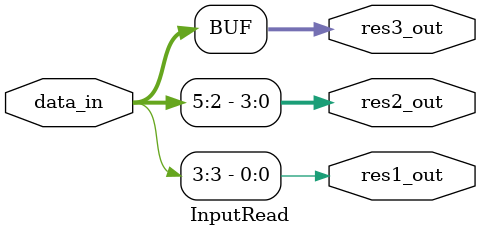
<source format=v>
`timescale 1ns / 1ps


module InputRead(
    input  [7:0] data_in,
    output       res1_out,
    output [3:0] res2_out,
    output [0:7] res3_out
    );

assign res1_out = data_in[3],
       res2_out = data_in[5:2],
       res3_out = data_in;
       
endmodule

</source>
